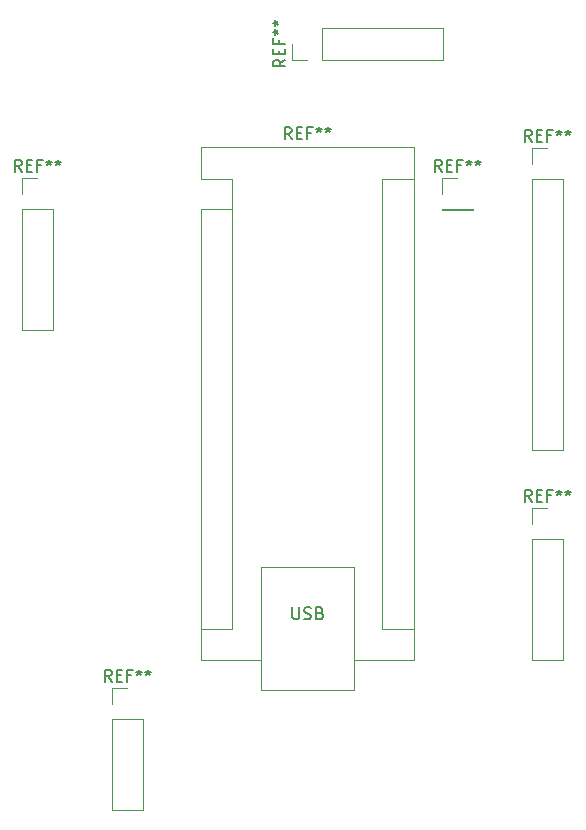
<source format=gbr>
%TF.GenerationSoftware,KiCad,Pcbnew,8.0.6*%
%TF.CreationDate,2024-10-26T13:12:16+05:00*%
%TF.ProjectId,drone_pcb,64726f6e-655f-4706-9362-2e6b69636164,rev?*%
%TF.SameCoordinates,Original*%
%TF.FileFunction,Legend,Top*%
%TF.FilePolarity,Positive*%
%FSLAX46Y46*%
G04 Gerber Fmt 4.6, Leading zero omitted, Abs format (unit mm)*
G04 Created by KiCad (PCBNEW 8.0.6) date 2024-10-26 13:12:16*
%MOMM*%
%LPD*%
G01*
G04 APERTURE LIST*
%ADD10C,0.150000*%
%ADD11C,0.120000*%
G04 APERTURE END LIST*
D10*
X161226666Y-71784819D02*
X160893333Y-71308628D01*
X160655238Y-71784819D02*
X160655238Y-70784819D01*
X160655238Y-70784819D02*
X161036190Y-70784819D01*
X161036190Y-70784819D02*
X161131428Y-70832438D01*
X161131428Y-70832438D02*
X161179047Y-70880057D01*
X161179047Y-70880057D02*
X161226666Y-70975295D01*
X161226666Y-70975295D02*
X161226666Y-71118152D01*
X161226666Y-71118152D02*
X161179047Y-71213390D01*
X161179047Y-71213390D02*
X161131428Y-71261009D01*
X161131428Y-71261009D02*
X161036190Y-71308628D01*
X161036190Y-71308628D02*
X160655238Y-71308628D01*
X161655238Y-71261009D02*
X161988571Y-71261009D01*
X162131428Y-71784819D02*
X161655238Y-71784819D01*
X161655238Y-71784819D02*
X161655238Y-70784819D01*
X161655238Y-70784819D02*
X162131428Y-70784819D01*
X162893333Y-71261009D02*
X162560000Y-71261009D01*
X162560000Y-71784819D02*
X162560000Y-70784819D01*
X162560000Y-70784819D02*
X163036190Y-70784819D01*
X163560000Y-70784819D02*
X163560000Y-71022914D01*
X163321905Y-70927676D02*
X163560000Y-71022914D01*
X163560000Y-71022914D02*
X163798095Y-70927676D01*
X163417143Y-71213390D02*
X163560000Y-71022914D01*
X163560000Y-71022914D02*
X163702857Y-71213390D01*
X164321905Y-70784819D02*
X164321905Y-71022914D01*
X164083810Y-70927676D02*
X164321905Y-71022914D01*
X164321905Y-71022914D02*
X164560000Y-70927676D01*
X164179048Y-71213390D02*
X164321905Y-71022914D01*
X164321905Y-71022914D02*
X164464762Y-71213390D01*
X168846666Y-99724819D02*
X168513333Y-99248628D01*
X168275238Y-99724819D02*
X168275238Y-98724819D01*
X168275238Y-98724819D02*
X168656190Y-98724819D01*
X168656190Y-98724819D02*
X168751428Y-98772438D01*
X168751428Y-98772438D02*
X168799047Y-98820057D01*
X168799047Y-98820057D02*
X168846666Y-98915295D01*
X168846666Y-98915295D02*
X168846666Y-99058152D01*
X168846666Y-99058152D02*
X168799047Y-99153390D01*
X168799047Y-99153390D02*
X168751428Y-99201009D01*
X168751428Y-99201009D02*
X168656190Y-99248628D01*
X168656190Y-99248628D02*
X168275238Y-99248628D01*
X169275238Y-99201009D02*
X169608571Y-99201009D01*
X169751428Y-99724819D02*
X169275238Y-99724819D01*
X169275238Y-99724819D02*
X169275238Y-98724819D01*
X169275238Y-98724819D02*
X169751428Y-98724819D01*
X170513333Y-99201009D02*
X170180000Y-99201009D01*
X170180000Y-99724819D02*
X170180000Y-98724819D01*
X170180000Y-98724819D02*
X170656190Y-98724819D01*
X171180000Y-98724819D02*
X171180000Y-98962914D01*
X170941905Y-98867676D02*
X171180000Y-98962914D01*
X171180000Y-98962914D02*
X171418095Y-98867676D01*
X171037143Y-99153390D02*
X171180000Y-98962914D01*
X171180000Y-98962914D02*
X171322857Y-99153390D01*
X171941905Y-98724819D02*
X171941905Y-98962914D01*
X171703810Y-98867676D02*
X171941905Y-98962914D01*
X171941905Y-98962914D02*
X172180000Y-98867676D01*
X171799048Y-99153390D02*
X171941905Y-98962914D01*
X171941905Y-98962914D02*
X172084762Y-99153390D01*
X133286666Y-114964819D02*
X132953333Y-114488628D01*
X132715238Y-114964819D02*
X132715238Y-113964819D01*
X132715238Y-113964819D02*
X133096190Y-113964819D01*
X133096190Y-113964819D02*
X133191428Y-114012438D01*
X133191428Y-114012438D02*
X133239047Y-114060057D01*
X133239047Y-114060057D02*
X133286666Y-114155295D01*
X133286666Y-114155295D02*
X133286666Y-114298152D01*
X133286666Y-114298152D02*
X133239047Y-114393390D01*
X133239047Y-114393390D02*
X133191428Y-114441009D01*
X133191428Y-114441009D02*
X133096190Y-114488628D01*
X133096190Y-114488628D02*
X132715238Y-114488628D01*
X133715238Y-114441009D02*
X134048571Y-114441009D01*
X134191428Y-114964819D02*
X133715238Y-114964819D01*
X133715238Y-114964819D02*
X133715238Y-113964819D01*
X133715238Y-113964819D02*
X134191428Y-113964819D01*
X134953333Y-114441009D02*
X134620000Y-114441009D01*
X134620000Y-114964819D02*
X134620000Y-113964819D01*
X134620000Y-113964819D02*
X135096190Y-113964819D01*
X135620000Y-113964819D02*
X135620000Y-114202914D01*
X135381905Y-114107676D02*
X135620000Y-114202914D01*
X135620000Y-114202914D02*
X135858095Y-114107676D01*
X135477143Y-114393390D02*
X135620000Y-114202914D01*
X135620000Y-114202914D02*
X135762857Y-114393390D01*
X136381905Y-113964819D02*
X136381905Y-114202914D01*
X136143810Y-114107676D02*
X136381905Y-114202914D01*
X136381905Y-114202914D02*
X136620000Y-114107676D01*
X136239048Y-114393390D02*
X136381905Y-114202914D01*
X136381905Y-114202914D02*
X136524762Y-114393390D01*
X147984819Y-62293333D02*
X147508628Y-62626666D01*
X147984819Y-62864761D02*
X146984819Y-62864761D01*
X146984819Y-62864761D02*
X146984819Y-62483809D01*
X146984819Y-62483809D02*
X147032438Y-62388571D01*
X147032438Y-62388571D02*
X147080057Y-62340952D01*
X147080057Y-62340952D02*
X147175295Y-62293333D01*
X147175295Y-62293333D02*
X147318152Y-62293333D01*
X147318152Y-62293333D02*
X147413390Y-62340952D01*
X147413390Y-62340952D02*
X147461009Y-62388571D01*
X147461009Y-62388571D02*
X147508628Y-62483809D01*
X147508628Y-62483809D02*
X147508628Y-62864761D01*
X147461009Y-61864761D02*
X147461009Y-61531428D01*
X147984819Y-61388571D02*
X147984819Y-61864761D01*
X147984819Y-61864761D02*
X146984819Y-61864761D01*
X146984819Y-61864761D02*
X146984819Y-61388571D01*
X147461009Y-60626666D02*
X147461009Y-60959999D01*
X147984819Y-60959999D02*
X146984819Y-60959999D01*
X146984819Y-60959999D02*
X146984819Y-60483809D01*
X146984819Y-59959999D02*
X147222914Y-59959999D01*
X147127676Y-60198094D02*
X147222914Y-59959999D01*
X147222914Y-59959999D02*
X147127676Y-59721904D01*
X147413390Y-60102856D02*
X147222914Y-59959999D01*
X147222914Y-59959999D02*
X147413390Y-59817142D01*
X146984819Y-59198094D02*
X147222914Y-59198094D01*
X147127676Y-59436189D02*
X147222914Y-59198094D01*
X147222914Y-59198094D02*
X147127676Y-58959999D01*
X147413390Y-59340951D02*
X147222914Y-59198094D01*
X147222914Y-59198094D02*
X147413390Y-59055237D01*
X125666666Y-71784819D02*
X125333333Y-71308628D01*
X125095238Y-71784819D02*
X125095238Y-70784819D01*
X125095238Y-70784819D02*
X125476190Y-70784819D01*
X125476190Y-70784819D02*
X125571428Y-70832438D01*
X125571428Y-70832438D02*
X125619047Y-70880057D01*
X125619047Y-70880057D02*
X125666666Y-70975295D01*
X125666666Y-70975295D02*
X125666666Y-71118152D01*
X125666666Y-71118152D02*
X125619047Y-71213390D01*
X125619047Y-71213390D02*
X125571428Y-71261009D01*
X125571428Y-71261009D02*
X125476190Y-71308628D01*
X125476190Y-71308628D02*
X125095238Y-71308628D01*
X126095238Y-71261009D02*
X126428571Y-71261009D01*
X126571428Y-71784819D02*
X126095238Y-71784819D01*
X126095238Y-71784819D02*
X126095238Y-70784819D01*
X126095238Y-70784819D02*
X126571428Y-70784819D01*
X127333333Y-71261009D02*
X127000000Y-71261009D01*
X127000000Y-71784819D02*
X127000000Y-70784819D01*
X127000000Y-70784819D02*
X127476190Y-70784819D01*
X128000000Y-70784819D02*
X128000000Y-71022914D01*
X127761905Y-70927676D02*
X128000000Y-71022914D01*
X128000000Y-71022914D02*
X128238095Y-70927676D01*
X127857143Y-71213390D02*
X128000000Y-71022914D01*
X128000000Y-71022914D02*
X128142857Y-71213390D01*
X128761905Y-70784819D02*
X128761905Y-71022914D01*
X128523810Y-70927676D02*
X128761905Y-71022914D01*
X128761905Y-71022914D02*
X129000000Y-70927676D01*
X128619048Y-71213390D02*
X128761905Y-71022914D01*
X128761905Y-71022914D02*
X128904762Y-71213390D01*
X148526666Y-69034819D02*
X148193333Y-68558628D01*
X147955238Y-69034819D02*
X147955238Y-68034819D01*
X147955238Y-68034819D02*
X148336190Y-68034819D01*
X148336190Y-68034819D02*
X148431428Y-68082438D01*
X148431428Y-68082438D02*
X148479047Y-68130057D01*
X148479047Y-68130057D02*
X148526666Y-68225295D01*
X148526666Y-68225295D02*
X148526666Y-68368152D01*
X148526666Y-68368152D02*
X148479047Y-68463390D01*
X148479047Y-68463390D02*
X148431428Y-68511009D01*
X148431428Y-68511009D02*
X148336190Y-68558628D01*
X148336190Y-68558628D02*
X147955238Y-68558628D01*
X148955238Y-68511009D02*
X149288571Y-68511009D01*
X149431428Y-69034819D02*
X148955238Y-69034819D01*
X148955238Y-69034819D02*
X148955238Y-68034819D01*
X148955238Y-68034819D02*
X149431428Y-68034819D01*
X150193333Y-68511009D02*
X149860000Y-68511009D01*
X149860000Y-69034819D02*
X149860000Y-68034819D01*
X149860000Y-68034819D02*
X150336190Y-68034819D01*
X150860000Y-68034819D02*
X150860000Y-68272914D01*
X150621905Y-68177676D02*
X150860000Y-68272914D01*
X150860000Y-68272914D02*
X151098095Y-68177676D01*
X150717143Y-68463390D02*
X150860000Y-68272914D01*
X150860000Y-68272914D02*
X151002857Y-68463390D01*
X151621905Y-68034819D02*
X151621905Y-68272914D01*
X151383810Y-68177676D02*
X151621905Y-68272914D01*
X151621905Y-68272914D02*
X151860000Y-68177676D01*
X151479048Y-68463390D02*
X151621905Y-68272914D01*
X151621905Y-68272914D02*
X151764762Y-68463390D01*
X148598095Y-108674819D02*
X148598095Y-109484342D01*
X148598095Y-109484342D02*
X148645714Y-109579580D01*
X148645714Y-109579580D02*
X148693333Y-109627200D01*
X148693333Y-109627200D02*
X148788571Y-109674819D01*
X148788571Y-109674819D02*
X148979047Y-109674819D01*
X148979047Y-109674819D02*
X149074285Y-109627200D01*
X149074285Y-109627200D02*
X149121904Y-109579580D01*
X149121904Y-109579580D02*
X149169523Y-109484342D01*
X149169523Y-109484342D02*
X149169523Y-108674819D01*
X149598095Y-109627200D02*
X149740952Y-109674819D01*
X149740952Y-109674819D02*
X149979047Y-109674819D01*
X149979047Y-109674819D02*
X150074285Y-109627200D01*
X150074285Y-109627200D02*
X150121904Y-109579580D01*
X150121904Y-109579580D02*
X150169523Y-109484342D01*
X150169523Y-109484342D02*
X150169523Y-109389104D01*
X150169523Y-109389104D02*
X150121904Y-109293866D01*
X150121904Y-109293866D02*
X150074285Y-109246247D01*
X150074285Y-109246247D02*
X149979047Y-109198628D01*
X149979047Y-109198628D02*
X149788571Y-109151009D01*
X149788571Y-109151009D02*
X149693333Y-109103390D01*
X149693333Y-109103390D02*
X149645714Y-109055771D01*
X149645714Y-109055771D02*
X149598095Y-108960533D01*
X149598095Y-108960533D02*
X149598095Y-108865295D01*
X149598095Y-108865295D02*
X149645714Y-108770057D01*
X149645714Y-108770057D02*
X149693333Y-108722438D01*
X149693333Y-108722438D02*
X149788571Y-108674819D01*
X149788571Y-108674819D02*
X150026666Y-108674819D01*
X150026666Y-108674819D02*
X150169523Y-108722438D01*
X150931428Y-109151009D02*
X151074285Y-109198628D01*
X151074285Y-109198628D02*
X151121904Y-109246247D01*
X151121904Y-109246247D02*
X151169523Y-109341485D01*
X151169523Y-109341485D02*
X151169523Y-109484342D01*
X151169523Y-109484342D02*
X151121904Y-109579580D01*
X151121904Y-109579580D02*
X151074285Y-109627200D01*
X151074285Y-109627200D02*
X150979047Y-109674819D01*
X150979047Y-109674819D02*
X150598095Y-109674819D01*
X150598095Y-109674819D02*
X150598095Y-108674819D01*
X150598095Y-108674819D02*
X150931428Y-108674819D01*
X150931428Y-108674819D02*
X151026666Y-108722438D01*
X151026666Y-108722438D02*
X151074285Y-108770057D01*
X151074285Y-108770057D02*
X151121904Y-108865295D01*
X151121904Y-108865295D02*
X151121904Y-108960533D01*
X151121904Y-108960533D02*
X151074285Y-109055771D01*
X151074285Y-109055771D02*
X151026666Y-109103390D01*
X151026666Y-109103390D02*
X150931428Y-109151009D01*
X150931428Y-109151009D02*
X150598095Y-109151009D01*
X168846666Y-69244819D02*
X168513333Y-68768628D01*
X168275238Y-69244819D02*
X168275238Y-68244819D01*
X168275238Y-68244819D02*
X168656190Y-68244819D01*
X168656190Y-68244819D02*
X168751428Y-68292438D01*
X168751428Y-68292438D02*
X168799047Y-68340057D01*
X168799047Y-68340057D02*
X168846666Y-68435295D01*
X168846666Y-68435295D02*
X168846666Y-68578152D01*
X168846666Y-68578152D02*
X168799047Y-68673390D01*
X168799047Y-68673390D02*
X168751428Y-68721009D01*
X168751428Y-68721009D02*
X168656190Y-68768628D01*
X168656190Y-68768628D02*
X168275238Y-68768628D01*
X169275238Y-68721009D02*
X169608571Y-68721009D01*
X169751428Y-69244819D02*
X169275238Y-69244819D01*
X169275238Y-69244819D02*
X169275238Y-68244819D01*
X169275238Y-68244819D02*
X169751428Y-68244819D01*
X170513333Y-68721009D02*
X170180000Y-68721009D01*
X170180000Y-69244819D02*
X170180000Y-68244819D01*
X170180000Y-68244819D02*
X170656190Y-68244819D01*
X171180000Y-68244819D02*
X171180000Y-68482914D01*
X170941905Y-68387676D02*
X171180000Y-68482914D01*
X171180000Y-68482914D02*
X171418095Y-68387676D01*
X171037143Y-68673390D02*
X171180000Y-68482914D01*
X171180000Y-68482914D02*
X171322857Y-68673390D01*
X171941905Y-68244819D02*
X171941905Y-68482914D01*
X171703810Y-68387676D02*
X171941905Y-68482914D01*
X171941905Y-68482914D02*
X172180000Y-68387676D01*
X171799048Y-68673390D02*
X171941905Y-68482914D01*
X171941905Y-68482914D02*
X172084762Y-68673390D01*
D11*
%TO.C,REF\u002A\u002A*%
X161230000Y-72330000D02*
X162560000Y-72330000D01*
X161230000Y-73660000D02*
X161230000Y-72330000D01*
X161230000Y-74930000D02*
X161230000Y-74990000D01*
X161230000Y-74930000D02*
X163890000Y-74930000D01*
X161230000Y-74990000D02*
X163890000Y-74990000D01*
X163890000Y-74930000D02*
X163890000Y-74990000D01*
X168850000Y-100270000D02*
X170180000Y-100270000D01*
X168850000Y-101600000D02*
X168850000Y-100270000D01*
X168850000Y-102870000D02*
X168850000Y-113090000D01*
X168850000Y-102870000D02*
X171510000Y-102870000D01*
X168850000Y-113090000D02*
X171510000Y-113090000D01*
X171510000Y-102870000D02*
X171510000Y-113090000D01*
X133290000Y-115510000D02*
X134620000Y-115510000D01*
X133290000Y-116840000D02*
X133290000Y-115510000D01*
X133290000Y-118110000D02*
X133290000Y-125790000D01*
X133290000Y-118110000D02*
X135950000Y-118110000D01*
X133290000Y-125790000D02*
X135950000Y-125790000D01*
X135950000Y-118110000D02*
X135950000Y-125790000D01*
X148530000Y-62290000D02*
X148530000Y-60960000D01*
X149860000Y-62290000D02*
X148530000Y-62290000D01*
X151130000Y-59630000D02*
X161350000Y-59630000D01*
X151130000Y-62290000D02*
X151130000Y-59630000D01*
X151130000Y-62290000D02*
X161350000Y-62290000D01*
X161350000Y-62290000D02*
X161350000Y-59630000D01*
X125670000Y-72330000D02*
X127000000Y-72330000D01*
X125670000Y-73660000D02*
X125670000Y-72330000D01*
X125670000Y-74930000D02*
X125670000Y-85150000D01*
X125670000Y-74930000D02*
X128330000Y-74930000D01*
X125670000Y-85150000D02*
X128330000Y-85150000D01*
X128330000Y-74930000D02*
X128330000Y-85150000D01*
X140840000Y-69720000D02*
X140840000Y-72390000D01*
X140840000Y-74930000D02*
X140840000Y-113160000D01*
X140840000Y-113160000D02*
X145920000Y-113160000D01*
X143510000Y-72390000D02*
X140840000Y-72390000D01*
X143510000Y-74930000D02*
X140840000Y-74930000D01*
X143510000Y-74930000D02*
X143510000Y-72390000D01*
X143510000Y-74930000D02*
X143510000Y-110490000D01*
X143510000Y-110490000D02*
X140840000Y-110490000D01*
X145920000Y-105280000D02*
X153800000Y-105280000D01*
X145920000Y-115700000D02*
X145920000Y-105280000D01*
X153800000Y-105280000D02*
X153800000Y-115700000D01*
X153800000Y-115700000D02*
X145920000Y-115700000D01*
X156210000Y-72390000D02*
X156210000Y-110490000D01*
X156210000Y-72390000D02*
X158880000Y-72390000D01*
X156210000Y-110490000D02*
X158880000Y-110490000D01*
X158880000Y-69720000D02*
X140840000Y-69720000D01*
X158880000Y-113160000D02*
X153800000Y-113160000D01*
X158880000Y-113160000D02*
X158880000Y-69720000D01*
X168850000Y-69790000D02*
X170180000Y-69790000D01*
X168850000Y-71120000D02*
X168850000Y-69790000D01*
X168850000Y-72390000D02*
X168850000Y-95310000D01*
X168850000Y-72390000D02*
X171510000Y-72390000D01*
X168850000Y-95310000D02*
X171510000Y-95310000D01*
X171510000Y-72390000D02*
X171510000Y-95310000D01*
%TD*%
M02*

</source>
